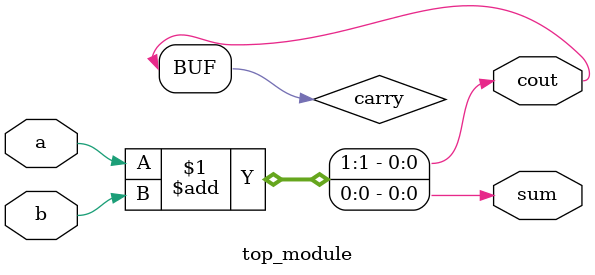
<source format=sv>
module top_module (
    input a,
    input b,
    output sum,
    output cout
);

    // Declare internal signals
    wire carry;

    // Assign the sum and carry out
    assign {carry, sum} = a + b;

    // Assign the carry out
    assign cout = carry;

endmodule

</source>
